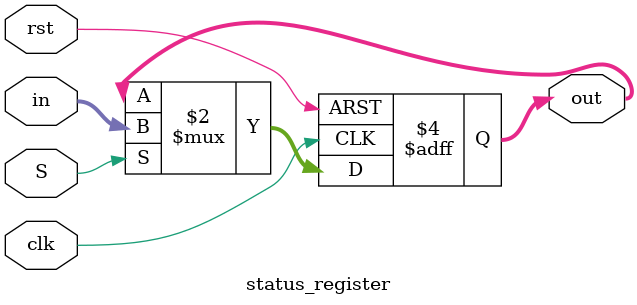
<source format=v>
module status_register (input [3:0] in, input S, clk, rst, output reg [3:0] out);
  always @ (negedge clk, posedge rst) begin
    if (rst)
      out <= 4'b0;
    else if (S) begin
      out <= in;
    end
  end
endmodule

</source>
